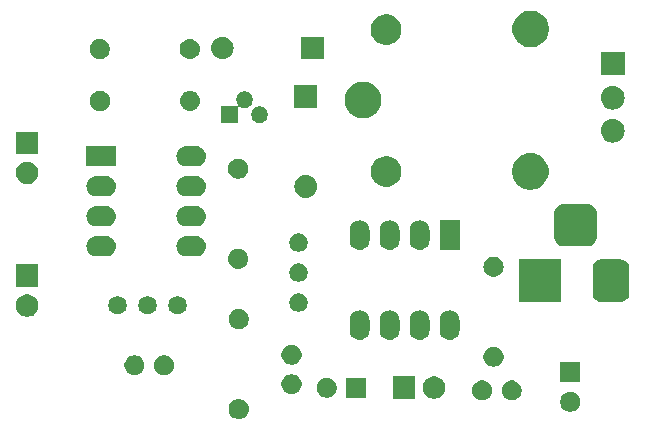
<source format=gbr>
G04 #@! TF.GenerationSoftware,KiCad,Pcbnew,(5.1.4)-1*
G04 #@! TF.CreationDate,2020-05-23T20:06:21+05:30*
G04 #@! TF.ProjectId,v1.0,76312e30-2e6b-4696-9361-645f70636258,rev?*
G04 #@! TF.SameCoordinates,Original*
G04 #@! TF.FileFunction,Soldermask,Top*
G04 #@! TF.FilePolarity,Negative*
%FSLAX46Y46*%
G04 Gerber Fmt 4.6, Leading zero omitted, Abs format (unit mm)*
G04 Created by KiCad (PCBNEW (5.1.4)-1) date 2020-05-23 20:06:21*
%MOMM*%
%LPD*%
G04 APERTURE LIST*
%ADD10C,0.100000*%
G04 APERTURE END LIST*
D10*
G36*
X107906823Y-149131313D02*
G01*
X108067242Y-149179976D01*
X108181410Y-149241000D01*
X108215078Y-149258996D01*
X108344659Y-149365341D01*
X108451004Y-149494922D01*
X108451005Y-149494924D01*
X108530024Y-149642758D01*
X108578687Y-149803177D01*
X108595117Y-149970000D01*
X108578687Y-150136823D01*
X108530024Y-150297242D01*
X108459114Y-150429906D01*
X108451004Y-150445078D01*
X108344659Y-150574659D01*
X108215078Y-150681004D01*
X108215076Y-150681005D01*
X108067242Y-150760024D01*
X107906823Y-150808687D01*
X107781804Y-150821000D01*
X107698196Y-150821000D01*
X107573177Y-150808687D01*
X107412758Y-150760024D01*
X107264924Y-150681005D01*
X107264922Y-150681004D01*
X107135341Y-150574659D01*
X107028996Y-150445078D01*
X107020886Y-150429906D01*
X106949976Y-150297242D01*
X106901313Y-150136823D01*
X106884883Y-149970000D01*
X106901313Y-149803177D01*
X106949976Y-149642758D01*
X107028995Y-149494924D01*
X107028996Y-149494922D01*
X107135341Y-149365341D01*
X107264922Y-149258996D01*
X107298590Y-149241000D01*
X107412758Y-149179976D01*
X107573177Y-149131313D01*
X107698196Y-149119000D01*
X107781804Y-149119000D01*
X107906823Y-149131313D01*
X107906823Y-149131313D01*
G37*
G36*
X136068228Y-148531703D02*
G01*
X136223100Y-148595853D01*
X136362481Y-148688985D01*
X136481015Y-148807519D01*
X136574147Y-148946900D01*
X136638297Y-149101772D01*
X136671000Y-149266184D01*
X136671000Y-149433816D01*
X136638297Y-149598228D01*
X136574147Y-149753100D01*
X136481015Y-149892481D01*
X136362481Y-150011015D01*
X136223100Y-150104147D01*
X136068228Y-150168297D01*
X135903816Y-150201000D01*
X135736184Y-150201000D01*
X135571772Y-150168297D01*
X135416900Y-150104147D01*
X135277519Y-150011015D01*
X135158985Y-149892481D01*
X135065853Y-149753100D01*
X135001703Y-149598228D01*
X134969000Y-149433816D01*
X134969000Y-149266184D01*
X135001703Y-149101772D01*
X135065853Y-148946900D01*
X135158985Y-148807519D01*
X135277519Y-148688985D01*
X135416900Y-148595853D01*
X135571772Y-148531703D01*
X135736184Y-148499000D01*
X135903816Y-148499000D01*
X136068228Y-148531703D01*
X136068228Y-148531703D01*
G37*
G36*
X131108228Y-147571703D02*
G01*
X131263100Y-147635853D01*
X131402481Y-147728985D01*
X131521015Y-147847519D01*
X131614147Y-147986900D01*
X131678297Y-148141772D01*
X131711000Y-148306184D01*
X131711000Y-148473816D01*
X131678297Y-148638228D01*
X131614147Y-148793100D01*
X131521015Y-148932481D01*
X131402481Y-149051015D01*
X131263100Y-149144147D01*
X131108228Y-149208297D01*
X130943816Y-149241000D01*
X130776184Y-149241000D01*
X130611772Y-149208297D01*
X130456900Y-149144147D01*
X130317519Y-149051015D01*
X130198985Y-148932481D01*
X130105853Y-148793100D01*
X130041703Y-148638228D01*
X130009000Y-148473816D01*
X130009000Y-148306184D01*
X130041703Y-148141772D01*
X130105853Y-147986900D01*
X130198985Y-147847519D01*
X130317519Y-147728985D01*
X130456900Y-147635853D01*
X130611772Y-147571703D01*
X130776184Y-147539000D01*
X130943816Y-147539000D01*
X131108228Y-147571703D01*
X131108228Y-147571703D01*
G37*
G36*
X128608228Y-147571703D02*
G01*
X128763100Y-147635853D01*
X128902481Y-147728985D01*
X129021015Y-147847519D01*
X129114147Y-147986900D01*
X129178297Y-148141772D01*
X129211000Y-148306184D01*
X129211000Y-148473816D01*
X129178297Y-148638228D01*
X129114147Y-148793100D01*
X129021015Y-148932481D01*
X128902481Y-149051015D01*
X128763100Y-149144147D01*
X128608228Y-149208297D01*
X128443816Y-149241000D01*
X128276184Y-149241000D01*
X128111772Y-149208297D01*
X127956900Y-149144147D01*
X127817519Y-149051015D01*
X127698985Y-148932481D01*
X127605853Y-148793100D01*
X127541703Y-148638228D01*
X127509000Y-148473816D01*
X127509000Y-148306184D01*
X127541703Y-148141772D01*
X127605853Y-147986900D01*
X127698985Y-147847519D01*
X127817519Y-147728985D01*
X127956900Y-147635853D01*
X128111772Y-147571703D01*
X128276184Y-147539000D01*
X128443816Y-147539000D01*
X128608228Y-147571703D01*
X128608228Y-147571703D01*
G37*
G36*
X122681000Y-149101000D02*
G01*
X120779000Y-149101000D01*
X120779000Y-147199000D01*
X122681000Y-147199000D01*
X122681000Y-149101000D01*
X122681000Y-149101000D01*
G37*
G36*
X124547395Y-147235546D02*
G01*
X124720466Y-147307234D01*
X124735860Y-147317520D01*
X124876227Y-147411310D01*
X125008690Y-147543773D01*
X125051284Y-147607520D01*
X125112766Y-147699534D01*
X125184454Y-147872605D01*
X125221000Y-148056333D01*
X125221000Y-148243667D01*
X125184454Y-148427395D01*
X125112766Y-148600466D01*
X125061081Y-148677818D01*
X125008690Y-148756227D01*
X124876227Y-148888690D01*
X124853092Y-148904148D01*
X124720466Y-148992766D01*
X124547395Y-149064454D01*
X124363667Y-149101000D01*
X124176333Y-149101000D01*
X123992605Y-149064454D01*
X123819534Y-148992766D01*
X123686908Y-148904148D01*
X123663773Y-148888690D01*
X123531310Y-148756227D01*
X123478919Y-148677818D01*
X123427234Y-148600466D01*
X123355546Y-148427395D01*
X123319000Y-148243667D01*
X123319000Y-148056333D01*
X123355546Y-147872605D01*
X123427234Y-147699534D01*
X123488716Y-147607520D01*
X123531310Y-147543773D01*
X123663773Y-147411310D01*
X123804140Y-147317520D01*
X123819534Y-147307234D01*
X123992605Y-147235546D01*
X124176333Y-147199000D01*
X124363667Y-147199000D01*
X124547395Y-147235546D01*
X124547395Y-147235546D01*
G37*
G36*
X115438228Y-147331703D02*
G01*
X115593100Y-147395853D01*
X115732481Y-147488985D01*
X115851015Y-147607519D01*
X115944147Y-147746900D01*
X116008297Y-147901772D01*
X116041000Y-148066184D01*
X116041000Y-148233816D01*
X116008297Y-148398228D01*
X115944147Y-148553100D01*
X115851015Y-148692481D01*
X115732481Y-148811015D01*
X115593100Y-148904147D01*
X115438228Y-148968297D01*
X115273816Y-149001000D01*
X115106184Y-149001000D01*
X114941772Y-148968297D01*
X114786900Y-148904147D01*
X114647519Y-148811015D01*
X114528985Y-148692481D01*
X114435853Y-148553100D01*
X114371703Y-148398228D01*
X114339000Y-148233816D01*
X114339000Y-148066184D01*
X114371703Y-147901772D01*
X114435853Y-147746900D01*
X114528985Y-147607519D01*
X114647519Y-147488985D01*
X114786900Y-147395853D01*
X114941772Y-147331703D01*
X115106184Y-147299000D01*
X115273816Y-147299000D01*
X115438228Y-147331703D01*
X115438228Y-147331703D01*
G37*
G36*
X118541000Y-149001000D02*
G01*
X116839000Y-149001000D01*
X116839000Y-147299000D01*
X118541000Y-147299000D01*
X118541000Y-149001000D01*
X118541000Y-149001000D01*
G37*
G36*
X112468228Y-147041703D02*
G01*
X112623100Y-147105853D01*
X112762481Y-147198985D01*
X112881015Y-147317519D01*
X112974147Y-147456900D01*
X113038297Y-147611772D01*
X113071000Y-147776184D01*
X113071000Y-147943816D01*
X113038297Y-148108228D01*
X112974147Y-148263100D01*
X112881015Y-148402481D01*
X112762481Y-148521015D01*
X112623100Y-148614147D01*
X112468228Y-148678297D01*
X112303816Y-148711000D01*
X112136184Y-148711000D01*
X111971772Y-148678297D01*
X111816900Y-148614147D01*
X111677519Y-148521015D01*
X111558985Y-148402481D01*
X111465853Y-148263100D01*
X111401703Y-148108228D01*
X111369000Y-147943816D01*
X111369000Y-147776184D01*
X111401703Y-147611772D01*
X111465853Y-147456900D01*
X111558985Y-147317519D01*
X111677519Y-147198985D01*
X111816900Y-147105853D01*
X111971772Y-147041703D01*
X112136184Y-147009000D01*
X112303816Y-147009000D01*
X112468228Y-147041703D01*
X112468228Y-147041703D01*
G37*
G36*
X136671000Y-147701000D02*
G01*
X134969000Y-147701000D01*
X134969000Y-145999000D01*
X136671000Y-145999000D01*
X136671000Y-147701000D01*
X136671000Y-147701000D01*
G37*
G36*
X99168228Y-145441703D02*
G01*
X99323100Y-145505853D01*
X99462481Y-145598985D01*
X99581015Y-145717519D01*
X99674147Y-145856900D01*
X99738297Y-146011772D01*
X99771000Y-146176184D01*
X99771000Y-146343816D01*
X99738297Y-146508228D01*
X99674147Y-146663100D01*
X99581015Y-146802481D01*
X99462481Y-146921015D01*
X99323100Y-147014147D01*
X99168228Y-147078297D01*
X99003816Y-147111000D01*
X98836184Y-147111000D01*
X98671772Y-147078297D01*
X98516900Y-147014147D01*
X98377519Y-146921015D01*
X98258985Y-146802481D01*
X98165853Y-146663100D01*
X98101703Y-146508228D01*
X98069000Y-146343816D01*
X98069000Y-146176184D01*
X98101703Y-146011772D01*
X98165853Y-145856900D01*
X98258985Y-145717519D01*
X98377519Y-145598985D01*
X98516900Y-145505853D01*
X98671772Y-145441703D01*
X98836184Y-145409000D01*
X99003816Y-145409000D01*
X99168228Y-145441703D01*
X99168228Y-145441703D01*
G37*
G36*
X101668228Y-145441703D02*
G01*
X101823100Y-145505853D01*
X101962481Y-145598985D01*
X102081015Y-145717519D01*
X102174147Y-145856900D01*
X102238297Y-146011772D01*
X102271000Y-146176184D01*
X102271000Y-146343816D01*
X102238297Y-146508228D01*
X102174147Y-146663100D01*
X102081015Y-146802481D01*
X101962481Y-146921015D01*
X101823100Y-147014147D01*
X101668228Y-147078297D01*
X101503816Y-147111000D01*
X101336184Y-147111000D01*
X101171772Y-147078297D01*
X101016900Y-147014147D01*
X100877519Y-146921015D01*
X100758985Y-146802481D01*
X100665853Y-146663100D01*
X100601703Y-146508228D01*
X100569000Y-146343816D01*
X100569000Y-146176184D01*
X100601703Y-146011772D01*
X100665853Y-145856900D01*
X100758985Y-145717519D01*
X100877519Y-145598985D01*
X101016900Y-145505853D01*
X101171772Y-145441703D01*
X101336184Y-145409000D01*
X101503816Y-145409000D01*
X101668228Y-145441703D01*
X101668228Y-145441703D01*
G37*
G36*
X129568228Y-144721703D02*
G01*
X129723100Y-144785853D01*
X129862481Y-144878985D01*
X129981015Y-144997519D01*
X130074147Y-145136900D01*
X130138297Y-145291772D01*
X130171000Y-145456184D01*
X130171000Y-145623816D01*
X130138297Y-145788228D01*
X130074147Y-145943100D01*
X129981015Y-146082481D01*
X129862481Y-146201015D01*
X129723100Y-146294147D01*
X129568228Y-146358297D01*
X129403816Y-146391000D01*
X129236184Y-146391000D01*
X129071772Y-146358297D01*
X128916900Y-146294147D01*
X128777519Y-146201015D01*
X128658985Y-146082481D01*
X128565853Y-145943100D01*
X128501703Y-145788228D01*
X128469000Y-145623816D01*
X128469000Y-145456184D01*
X128501703Y-145291772D01*
X128565853Y-145136900D01*
X128658985Y-144997519D01*
X128777519Y-144878985D01*
X128916900Y-144785853D01*
X129071772Y-144721703D01*
X129236184Y-144689000D01*
X129403816Y-144689000D01*
X129568228Y-144721703D01*
X129568228Y-144721703D01*
G37*
G36*
X112468228Y-144541703D02*
G01*
X112623100Y-144605853D01*
X112762481Y-144698985D01*
X112881015Y-144817519D01*
X112974147Y-144956900D01*
X113038297Y-145111772D01*
X113071000Y-145276184D01*
X113071000Y-145443816D01*
X113038297Y-145608228D01*
X112974147Y-145763100D01*
X112881015Y-145902481D01*
X112762481Y-146021015D01*
X112623100Y-146114147D01*
X112468228Y-146178297D01*
X112303816Y-146211000D01*
X112136184Y-146211000D01*
X111971772Y-146178297D01*
X111816900Y-146114147D01*
X111677519Y-146021015D01*
X111558985Y-145902481D01*
X111465853Y-145763100D01*
X111401703Y-145608228D01*
X111369000Y-145443816D01*
X111369000Y-145276184D01*
X111401703Y-145111772D01*
X111465853Y-144956900D01*
X111558985Y-144817519D01*
X111677519Y-144698985D01*
X111816900Y-144605853D01*
X111971772Y-144541703D01*
X112136184Y-144509000D01*
X112303816Y-144509000D01*
X112468228Y-144541703D01*
X112468228Y-144541703D01*
G37*
G36*
X125766823Y-141631313D02*
G01*
X125927242Y-141679976D01*
X126059906Y-141750886D01*
X126075078Y-141758996D01*
X126204659Y-141865341D01*
X126311004Y-141994922D01*
X126311005Y-141994924D01*
X126390024Y-142142758D01*
X126438687Y-142303178D01*
X126451000Y-142428197D01*
X126451000Y-143311804D01*
X126438687Y-143436823D01*
X126390024Y-143597242D01*
X126319114Y-143729906D01*
X126311004Y-143745078D01*
X126204659Y-143874659D01*
X126075077Y-143981005D01*
X125927241Y-144060024D01*
X125766822Y-144108687D01*
X125600000Y-144125117D01*
X125433177Y-144108687D01*
X125272758Y-144060024D01*
X125124924Y-143981005D01*
X125124922Y-143981004D01*
X124995341Y-143874659D01*
X124888995Y-143745077D01*
X124809976Y-143597241D01*
X124761313Y-143436822D01*
X124749000Y-143311803D01*
X124749000Y-142428197D01*
X124761314Y-142303177D01*
X124809977Y-142142758D01*
X124888996Y-141994924D01*
X124888997Y-141994922D01*
X124995342Y-141865341D01*
X125124923Y-141758996D01*
X125140095Y-141750886D01*
X125272759Y-141679976D01*
X125433178Y-141631313D01*
X125600000Y-141614883D01*
X125766823Y-141631313D01*
X125766823Y-141631313D01*
G37*
G36*
X123226823Y-141631313D02*
G01*
X123387242Y-141679976D01*
X123519906Y-141750886D01*
X123535078Y-141758996D01*
X123664659Y-141865341D01*
X123771004Y-141994922D01*
X123771005Y-141994924D01*
X123850024Y-142142758D01*
X123898687Y-142303178D01*
X123911000Y-142428197D01*
X123911000Y-143311804D01*
X123898687Y-143436823D01*
X123850024Y-143597242D01*
X123779114Y-143729906D01*
X123771004Y-143745078D01*
X123664659Y-143874659D01*
X123535077Y-143981005D01*
X123387241Y-144060024D01*
X123226822Y-144108687D01*
X123060000Y-144125117D01*
X122893177Y-144108687D01*
X122732758Y-144060024D01*
X122584924Y-143981005D01*
X122584922Y-143981004D01*
X122455341Y-143874659D01*
X122348995Y-143745077D01*
X122269976Y-143597241D01*
X122221313Y-143436822D01*
X122209000Y-143311803D01*
X122209000Y-142428197D01*
X122221314Y-142303177D01*
X122269977Y-142142758D01*
X122348996Y-141994924D01*
X122348997Y-141994922D01*
X122455342Y-141865341D01*
X122584923Y-141758996D01*
X122600095Y-141750886D01*
X122732759Y-141679976D01*
X122893178Y-141631313D01*
X123060000Y-141614883D01*
X123226823Y-141631313D01*
X123226823Y-141631313D01*
G37*
G36*
X120686823Y-141631313D02*
G01*
X120847242Y-141679976D01*
X120979906Y-141750886D01*
X120995078Y-141758996D01*
X121124659Y-141865341D01*
X121231004Y-141994922D01*
X121231005Y-141994924D01*
X121310024Y-142142758D01*
X121358687Y-142303178D01*
X121371000Y-142428197D01*
X121371000Y-143311804D01*
X121358687Y-143436823D01*
X121310024Y-143597242D01*
X121239114Y-143729906D01*
X121231004Y-143745078D01*
X121124659Y-143874659D01*
X120995077Y-143981005D01*
X120847241Y-144060024D01*
X120686822Y-144108687D01*
X120520000Y-144125117D01*
X120353177Y-144108687D01*
X120192758Y-144060024D01*
X120044924Y-143981005D01*
X120044922Y-143981004D01*
X119915341Y-143874659D01*
X119808995Y-143745077D01*
X119729976Y-143597241D01*
X119681313Y-143436822D01*
X119669000Y-143311803D01*
X119669000Y-142428197D01*
X119681314Y-142303177D01*
X119729977Y-142142758D01*
X119808996Y-141994924D01*
X119808997Y-141994922D01*
X119915342Y-141865341D01*
X120044923Y-141758996D01*
X120060095Y-141750886D01*
X120192759Y-141679976D01*
X120353178Y-141631313D01*
X120520000Y-141614883D01*
X120686823Y-141631313D01*
X120686823Y-141631313D01*
G37*
G36*
X118146823Y-141631313D02*
G01*
X118307242Y-141679976D01*
X118439906Y-141750886D01*
X118455078Y-141758996D01*
X118584659Y-141865341D01*
X118691004Y-141994922D01*
X118691005Y-141994924D01*
X118770024Y-142142758D01*
X118818687Y-142303178D01*
X118831000Y-142428197D01*
X118831000Y-143311804D01*
X118818687Y-143436823D01*
X118770024Y-143597242D01*
X118699114Y-143729906D01*
X118691004Y-143745078D01*
X118584659Y-143874659D01*
X118455077Y-143981005D01*
X118307241Y-144060024D01*
X118146822Y-144108687D01*
X117980000Y-144125117D01*
X117813177Y-144108687D01*
X117652758Y-144060024D01*
X117504924Y-143981005D01*
X117504922Y-143981004D01*
X117375341Y-143874659D01*
X117268995Y-143745077D01*
X117189976Y-143597241D01*
X117141313Y-143436822D01*
X117129000Y-143311803D01*
X117129000Y-142428197D01*
X117141314Y-142303177D01*
X117189977Y-142142758D01*
X117268996Y-141994924D01*
X117268997Y-141994922D01*
X117375342Y-141865341D01*
X117504923Y-141758996D01*
X117520095Y-141750886D01*
X117652759Y-141679976D01*
X117813178Y-141631313D01*
X117980000Y-141614883D01*
X118146823Y-141631313D01*
X118146823Y-141631313D01*
G37*
G36*
X107988228Y-141531703D02*
G01*
X108143100Y-141595853D01*
X108282481Y-141688985D01*
X108401015Y-141807519D01*
X108494147Y-141946900D01*
X108558297Y-142101772D01*
X108591000Y-142266184D01*
X108591000Y-142433816D01*
X108558297Y-142598228D01*
X108494147Y-142753100D01*
X108401015Y-142892481D01*
X108282481Y-143011015D01*
X108143100Y-143104147D01*
X107988228Y-143168297D01*
X107823816Y-143201000D01*
X107656184Y-143201000D01*
X107491772Y-143168297D01*
X107336900Y-143104147D01*
X107197519Y-143011015D01*
X107078985Y-142892481D01*
X106985853Y-142753100D01*
X106921703Y-142598228D01*
X106889000Y-142433816D01*
X106889000Y-142266184D01*
X106921703Y-142101772D01*
X106985853Y-141946900D01*
X107078985Y-141807519D01*
X107197519Y-141688985D01*
X107336900Y-141595853D01*
X107491772Y-141531703D01*
X107656184Y-141499000D01*
X107823816Y-141499000D01*
X107988228Y-141531703D01*
X107988228Y-141531703D01*
G37*
G36*
X90117395Y-140295546D02*
G01*
X90290466Y-140367234D01*
X90367818Y-140418919D01*
X90446227Y-140471310D01*
X90578690Y-140603773D01*
X90578691Y-140603775D01*
X90682766Y-140759534D01*
X90754454Y-140932605D01*
X90791000Y-141116333D01*
X90791000Y-141303667D01*
X90754454Y-141487395D01*
X90682766Y-141660466D01*
X90663710Y-141688985D01*
X90578690Y-141816227D01*
X90446227Y-141948690D01*
X90377036Y-141994922D01*
X90290466Y-142052766D01*
X90117395Y-142124454D01*
X89933667Y-142161000D01*
X89746333Y-142161000D01*
X89562605Y-142124454D01*
X89389534Y-142052766D01*
X89302964Y-141994922D01*
X89233773Y-141948690D01*
X89101310Y-141816227D01*
X89016290Y-141688985D01*
X88997234Y-141660466D01*
X88925546Y-141487395D01*
X88889000Y-141303667D01*
X88889000Y-141116333D01*
X88925546Y-140932605D01*
X88997234Y-140759534D01*
X89101309Y-140603775D01*
X89101310Y-140603773D01*
X89233773Y-140471310D01*
X89312182Y-140418919D01*
X89389534Y-140367234D01*
X89562605Y-140295546D01*
X89746333Y-140259000D01*
X89933667Y-140259000D01*
X90117395Y-140295546D01*
X90117395Y-140295546D01*
G37*
G36*
X100122382Y-140412271D02*
G01*
X100254893Y-140438629D01*
X100395206Y-140496748D01*
X100521484Y-140581125D01*
X100628875Y-140688516D01*
X100713252Y-140814794D01*
X100771371Y-140955107D01*
X100801000Y-141104063D01*
X100801000Y-141255937D01*
X100771371Y-141404893D01*
X100713252Y-141545206D01*
X100628875Y-141671484D01*
X100521484Y-141778875D01*
X100395206Y-141863252D01*
X100254893Y-141921371D01*
X100155589Y-141941124D01*
X100105938Y-141951000D01*
X99954062Y-141951000D01*
X99904411Y-141941124D01*
X99805107Y-141921371D01*
X99664794Y-141863252D01*
X99538516Y-141778875D01*
X99431125Y-141671484D01*
X99346748Y-141545206D01*
X99288629Y-141404893D01*
X99259000Y-141255937D01*
X99259000Y-141104063D01*
X99288629Y-140955107D01*
X99346748Y-140814794D01*
X99431125Y-140688516D01*
X99538516Y-140581125D01*
X99664794Y-140496748D01*
X99805107Y-140438629D01*
X99937618Y-140412271D01*
X99954062Y-140409000D01*
X100105938Y-140409000D01*
X100122382Y-140412271D01*
X100122382Y-140412271D01*
G37*
G36*
X97582382Y-140412271D02*
G01*
X97714893Y-140438629D01*
X97855206Y-140496748D01*
X97981484Y-140581125D01*
X98088875Y-140688516D01*
X98173252Y-140814794D01*
X98231371Y-140955107D01*
X98261000Y-141104063D01*
X98261000Y-141255937D01*
X98231371Y-141404893D01*
X98173252Y-141545206D01*
X98088875Y-141671484D01*
X97981484Y-141778875D01*
X97855206Y-141863252D01*
X97714893Y-141921371D01*
X97615589Y-141941124D01*
X97565938Y-141951000D01*
X97414062Y-141951000D01*
X97364411Y-141941124D01*
X97265107Y-141921371D01*
X97124794Y-141863252D01*
X96998516Y-141778875D01*
X96891125Y-141671484D01*
X96806748Y-141545206D01*
X96748629Y-141404893D01*
X96719000Y-141255937D01*
X96719000Y-141104063D01*
X96748629Y-140955107D01*
X96806748Y-140814794D01*
X96891125Y-140688516D01*
X96998516Y-140581125D01*
X97124794Y-140496748D01*
X97265107Y-140438629D01*
X97397618Y-140412271D01*
X97414062Y-140409000D01*
X97565938Y-140409000D01*
X97582382Y-140412271D01*
X97582382Y-140412271D01*
G37*
G36*
X102662382Y-140412271D02*
G01*
X102794893Y-140438629D01*
X102935206Y-140496748D01*
X103061484Y-140581125D01*
X103168875Y-140688516D01*
X103253252Y-140814794D01*
X103311371Y-140955107D01*
X103341000Y-141104063D01*
X103341000Y-141255937D01*
X103311371Y-141404893D01*
X103253252Y-141545206D01*
X103168875Y-141671484D01*
X103061484Y-141778875D01*
X102935206Y-141863252D01*
X102794893Y-141921371D01*
X102695589Y-141941124D01*
X102645938Y-141951000D01*
X102494062Y-141951000D01*
X102444411Y-141941124D01*
X102345107Y-141921371D01*
X102204794Y-141863252D01*
X102078516Y-141778875D01*
X101971125Y-141671484D01*
X101886748Y-141545206D01*
X101828629Y-141404893D01*
X101799000Y-141255937D01*
X101799000Y-141104063D01*
X101828629Y-140955107D01*
X101886748Y-140814794D01*
X101971125Y-140688516D01*
X102078516Y-140581125D01*
X102204794Y-140496748D01*
X102345107Y-140438629D01*
X102477618Y-140412271D01*
X102494062Y-140409000D01*
X102645938Y-140409000D01*
X102662382Y-140412271D01*
X102662382Y-140412271D01*
G37*
G36*
X112935589Y-140178876D02*
G01*
X113034893Y-140198629D01*
X113175206Y-140256748D01*
X113301484Y-140341125D01*
X113408875Y-140448516D01*
X113493252Y-140574794D01*
X113551371Y-140715107D01*
X113581000Y-140864063D01*
X113581000Y-141015937D01*
X113551371Y-141164893D01*
X113493252Y-141305206D01*
X113408875Y-141431484D01*
X113301484Y-141538875D01*
X113175206Y-141623252D01*
X113034893Y-141681371D01*
X112935589Y-141701124D01*
X112885938Y-141711000D01*
X112734062Y-141711000D01*
X112684411Y-141701124D01*
X112585107Y-141681371D01*
X112444794Y-141623252D01*
X112318516Y-141538875D01*
X112211125Y-141431484D01*
X112126748Y-141305206D01*
X112068629Y-141164893D01*
X112039000Y-141015937D01*
X112039000Y-140864063D01*
X112068629Y-140715107D01*
X112126748Y-140574794D01*
X112211125Y-140448516D01*
X112318516Y-140341125D01*
X112444794Y-140256748D01*
X112585107Y-140198629D01*
X112684411Y-140178876D01*
X112734062Y-140169000D01*
X112885938Y-140169000D01*
X112935589Y-140178876D01*
X112935589Y-140178876D01*
G37*
G36*
X135061000Y-140891000D02*
G01*
X131459000Y-140891000D01*
X131459000Y-137289000D01*
X135061000Y-137289000D01*
X135061000Y-140891000D01*
X135061000Y-140891000D01*
G37*
G36*
X140236979Y-137303293D02*
G01*
X140370625Y-137343834D01*
X140493784Y-137409664D01*
X140601740Y-137498260D01*
X140690336Y-137606216D01*
X140756166Y-137729375D01*
X140796707Y-137863021D01*
X140811000Y-138008140D01*
X140811000Y-140171860D01*
X140796707Y-140316979D01*
X140756166Y-140450625D01*
X140690336Y-140573784D01*
X140601740Y-140681740D01*
X140493784Y-140770336D01*
X140370625Y-140836166D01*
X140236979Y-140876707D01*
X140091860Y-140891000D01*
X138428140Y-140891000D01*
X138283021Y-140876707D01*
X138149375Y-140836166D01*
X138026216Y-140770336D01*
X137918260Y-140681740D01*
X137829664Y-140573784D01*
X137763834Y-140450625D01*
X137723293Y-140316979D01*
X137709000Y-140171860D01*
X137709000Y-138008140D01*
X137723293Y-137863021D01*
X137763834Y-137729375D01*
X137829664Y-137606216D01*
X137918260Y-137498260D01*
X138026216Y-137409664D01*
X138149375Y-137343834D01*
X138283021Y-137303293D01*
X138428140Y-137289000D01*
X140091860Y-137289000D01*
X140236979Y-137303293D01*
X140236979Y-137303293D01*
G37*
G36*
X90791000Y-139621000D02*
G01*
X88889000Y-139621000D01*
X88889000Y-137719000D01*
X90791000Y-137719000D01*
X90791000Y-139621000D01*
X90791000Y-139621000D01*
G37*
G36*
X112935589Y-137638876D02*
G01*
X113034893Y-137658629D01*
X113175206Y-137716748D01*
X113301484Y-137801125D01*
X113408875Y-137908516D01*
X113493252Y-138034794D01*
X113551371Y-138175107D01*
X113581000Y-138324063D01*
X113581000Y-138475937D01*
X113551371Y-138624893D01*
X113493252Y-138765206D01*
X113408875Y-138891484D01*
X113301484Y-138998875D01*
X113175206Y-139083252D01*
X113034893Y-139141371D01*
X112935589Y-139161124D01*
X112885938Y-139171000D01*
X112734062Y-139171000D01*
X112684411Y-139161124D01*
X112585107Y-139141371D01*
X112444794Y-139083252D01*
X112318516Y-138998875D01*
X112211125Y-138891484D01*
X112126748Y-138765206D01*
X112068629Y-138624893D01*
X112039000Y-138475937D01*
X112039000Y-138324063D01*
X112068629Y-138175107D01*
X112126748Y-138034794D01*
X112211125Y-137908516D01*
X112318516Y-137801125D01*
X112444794Y-137716748D01*
X112585107Y-137658629D01*
X112684411Y-137638876D01*
X112734062Y-137629000D01*
X112885938Y-137629000D01*
X112935589Y-137638876D01*
X112935589Y-137638876D01*
G37*
G36*
X129486823Y-137081313D02*
G01*
X129647242Y-137129976D01*
X129779906Y-137200886D01*
X129795078Y-137208996D01*
X129924659Y-137315341D01*
X130031004Y-137444922D01*
X130031005Y-137444924D01*
X130110024Y-137592758D01*
X130110025Y-137592761D01*
X130119083Y-137622620D01*
X130158687Y-137753177D01*
X130175117Y-137920000D01*
X130158687Y-138086823D01*
X130110024Y-138247242D01*
X130068963Y-138324062D01*
X130031004Y-138395078D01*
X129924659Y-138524659D01*
X129795078Y-138631004D01*
X129795076Y-138631005D01*
X129647242Y-138710024D01*
X129486823Y-138758687D01*
X129361804Y-138771000D01*
X129278196Y-138771000D01*
X129153177Y-138758687D01*
X128992758Y-138710024D01*
X128844924Y-138631005D01*
X128844922Y-138631004D01*
X128715341Y-138524659D01*
X128608996Y-138395078D01*
X128571037Y-138324062D01*
X128529976Y-138247242D01*
X128481313Y-138086823D01*
X128464883Y-137920000D01*
X128481313Y-137753177D01*
X128520917Y-137622620D01*
X128529975Y-137592761D01*
X128529976Y-137592758D01*
X128608995Y-137444924D01*
X128608996Y-137444922D01*
X128715341Y-137315341D01*
X128844922Y-137208996D01*
X128860094Y-137200886D01*
X128992758Y-137129976D01*
X129153177Y-137081313D01*
X129278196Y-137069000D01*
X129361804Y-137069000D01*
X129486823Y-137081313D01*
X129486823Y-137081313D01*
G37*
G36*
X107866823Y-136391313D02*
G01*
X108027242Y-136439976D01*
X108141410Y-136501000D01*
X108175078Y-136518996D01*
X108304659Y-136625341D01*
X108411004Y-136754922D01*
X108411005Y-136754924D01*
X108490024Y-136902758D01*
X108538687Y-137063177D01*
X108555117Y-137230000D01*
X108538687Y-137396823D01*
X108490024Y-137557242D01*
X108449180Y-137633655D01*
X108411004Y-137705078D01*
X108304659Y-137834659D01*
X108175078Y-137941004D01*
X108175076Y-137941005D01*
X108027242Y-138020024D01*
X107866823Y-138068687D01*
X107741804Y-138081000D01*
X107658196Y-138081000D01*
X107533177Y-138068687D01*
X107372758Y-138020024D01*
X107224924Y-137941005D01*
X107224922Y-137941004D01*
X107095341Y-137834659D01*
X106988996Y-137705078D01*
X106950820Y-137633655D01*
X106909976Y-137557242D01*
X106861313Y-137396823D01*
X106844883Y-137230000D01*
X106861313Y-137063177D01*
X106909976Y-136902758D01*
X106988995Y-136754924D01*
X106988996Y-136754922D01*
X107095341Y-136625341D01*
X107224922Y-136518996D01*
X107258590Y-136501000D01*
X107372758Y-136439976D01*
X107533177Y-136391313D01*
X107658196Y-136379000D01*
X107741804Y-136379000D01*
X107866823Y-136391313D01*
X107866823Y-136391313D01*
G37*
G36*
X96676823Y-135341313D02*
G01*
X96837242Y-135389976D01*
X96969906Y-135460886D01*
X96985078Y-135468996D01*
X97114659Y-135575341D01*
X97221004Y-135704922D01*
X97221005Y-135704924D01*
X97300024Y-135852758D01*
X97348687Y-136013177D01*
X97365117Y-136180000D01*
X97348687Y-136346823D01*
X97300024Y-136507242D01*
X97293741Y-136518996D01*
X97221004Y-136655078D01*
X97114659Y-136784659D01*
X96985078Y-136891004D01*
X96985076Y-136891005D01*
X96837242Y-136970024D01*
X96676823Y-137018687D01*
X96551804Y-137031000D01*
X95668196Y-137031000D01*
X95543177Y-137018687D01*
X95382758Y-136970024D01*
X95234924Y-136891005D01*
X95234922Y-136891004D01*
X95105341Y-136784659D01*
X94998996Y-136655078D01*
X94926259Y-136518996D01*
X94919976Y-136507242D01*
X94871313Y-136346823D01*
X94854883Y-136180000D01*
X94871313Y-136013177D01*
X94919976Y-135852758D01*
X94998995Y-135704924D01*
X94998996Y-135704922D01*
X95105341Y-135575341D01*
X95234922Y-135468996D01*
X95250094Y-135460886D01*
X95382758Y-135389976D01*
X95543177Y-135341313D01*
X95668196Y-135329000D01*
X96551804Y-135329000D01*
X96676823Y-135341313D01*
X96676823Y-135341313D01*
G37*
G36*
X104296823Y-135341313D02*
G01*
X104457242Y-135389976D01*
X104589906Y-135460886D01*
X104605078Y-135468996D01*
X104734659Y-135575341D01*
X104841004Y-135704922D01*
X104841005Y-135704924D01*
X104920024Y-135852758D01*
X104968687Y-136013177D01*
X104985117Y-136180000D01*
X104968687Y-136346823D01*
X104920024Y-136507242D01*
X104913741Y-136518996D01*
X104841004Y-136655078D01*
X104734659Y-136784659D01*
X104605078Y-136891004D01*
X104605076Y-136891005D01*
X104457242Y-136970024D01*
X104296823Y-137018687D01*
X104171804Y-137031000D01*
X103288196Y-137031000D01*
X103163177Y-137018687D01*
X103002758Y-136970024D01*
X102854924Y-136891005D01*
X102854922Y-136891004D01*
X102725341Y-136784659D01*
X102618996Y-136655078D01*
X102546259Y-136518996D01*
X102539976Y-136507242D01*
X102491313Y-136346823D01*
X102474883Y-136180000D01*
X102491313Y-136013177D01*
X102539976Y-135852758D01*
X102618995Y-135704924D01*
X102618996Y-135704922D01*
X102725341Y-135575341D01*
X102854922Y-135468996D01*
X102870094Y-135460886D01*
X103002758Y-135389976D01*
X103163177Y-135341313D01*
X103288196Y-135329000D01*
X104171804Y-135329000D01*
X104296823Y-135341313D01*
X104296823Y-135341313D01*
G37*
G36*
X112935589Y-135098876D02*
G01*
X113034893Y-135118629D01*
X113175206Y-135176748D01*
X113301484Y-135261125D01*
X113408875Y-135368516D01*
X113493252Y-135494794D01*
X113551371Y-135635107D01*
X113581000Y-135784063D01*
X113581000Y-135935937D01*
X113551371Y-136084893D01*
X113493252Y-136225206D01*
X113408875Y-136351484D01*
X113301484Y-136458875D01*
X113175206Y-136543252D01*
X113034893Y-136601371D01*
X112935589Y-136621124D01*
X112885938Y-136631000D01*
X112734062Y-136631000D01*
X112684411Y-136621124D01*
X112585107Y-136601371D01*
X112444794Y-136543252D01*
X112318516Y-136458875D01*
X112211125Y-136351484D01*
X112126748Y-136225206D01*
X112068629Y-136084893D01*
X112039000Y-135935937D01*
X112039000Y-135784063D01*
X112068629Y-135635107D01*
X112126748Y-135494794D01*
X112211125Y-135368516D01*
X112318516Y-135261125D01*
X112444794Y-135176748D01*
X112585107Y-135118629D01*
X112684411Y-135098876D01*
X112734062Y-135089000D01*
X112885938Y-135089000D01*
X112935589Y-135098876D01*
X112935589Y-135098876D01*
G37*
G36*
X120686823Y-134011313D02*
G01*
X120847242Y-134059976D01*
X120950330Y-134115078D01*
X120995078Y-134138996D01*
X121124659Y-134245341D01*
X121231004Y-134374922D01*
X121231005Y-134374924D01*
X121310024Y-134522758D01*
X121358687Y-134683178D01*
X121371000Y-134808197D01*
X121371000Y-135691804D01*
X121358687Y-135816823D01*
X121310024Y-135977242D01*
X121252484Y-136084891D01*
X121231004Y-136125078D01*
X121124659Y-136254659D01*
X120995077Y-136361005D01*
X120847241Y-136440024D01*
X120686822Y-136488687D01*
X120520000Y-136505117D01*
X120353177Y-136488687D01*
X120192758Y-136440024D01*
X120044924Y-136361005D01*
X120044922Y-136361004D01*
X119915341Y-136254659D01*
X119808995Y-136125077D01*
X119729976Y-135977241D01*
X119681313Y-135816822D01*
X119669000Y-135691803D01*
X119669000Y-134808197D01*
X119681314Y-134683177D01*
X119729977Y-134522758D01*
X119808996Y-134374924D01*
X119808997Y-134374922D01*
X119915342Y-134245341D01*
X120044923Y-134138996D01*
X120089671Y-134115078D01*
X120192759Y-134059976D01*
X120353178Y-134011313D01*
X120520000Y-133994883D01*
X120686823Y-134011313D01*
X120686823Y-134011313D01*
G37*
G36*
X118146823Y-134011313D02*
G01*
X118307242Y-134059976D01*
X118410330Y-134115078D01*
X118455078Y-134138996D01*
X118584659Y-134245341D01*
X118691004Y-134374922D01*
X118691005Y-134374924D01*
X118770024Y-134522758D01*
X118818687Y-134683178D01*
X118831000Y-134808197D01*
X118831000Y-135691804D01*
X118818687Y-135816823D01*
X118770024Y-135977242D01*
X118712484Y-136084891D01*
X118691004Y-136125078D01*
X118584659Y-136254659D01*
X118455077Y-136361005D01*
X118307241Y-136440024D01*
X118146822Y-136488687D01*
X117980000Y-136505117D01*
X117813177Y-136488687D01*
X117652758Y-136440024D01*
X117504924Y-136361005D01*
X117504922Y-136361004D01*
X117375341Y-136254659D01*
X117268995Y-136125077D01*
X117189976Y-135977241D01*
X117141313Y-135816822D01*
X117129000Y-135691803D01*
X117129000Y-134808197D01*
X117141314Y-134683177D01*
X117189977Y-134522758D01*
X117268996Y-134374924D01*
X117268997Y-134374922D01*
X117375342Y-134245341D01*
X117504923Y-134138996D01*
X117549671Y-134115078D01*
X117652759Y-134059976D01*
X117813178Y-134011313D01*
X117980000Y-133994883D01*
X118146823Y-134011313D01*
X118146823Y-134011313D01*
G37*
G36*
X123226823Y-134011313D02*
G01*
X123387242Y-134059976D01*
X123490330Y-134115078D01*
X123535078Y-134138996D01*
X123664659Y-134245341D01*
X123771004Y-134374922D01*
X123771005Y-134374924D01*
X123850024Y-134522758D01*
X123898687Y-134683178D01*
X123911000Y-134808197D01*
X123911000Y-135691804D01*
X123898687Y-135816823D01*
X123850024Y-135977242D01*
X123792484Y-136084891D01*
X123771004Y-136125078D01*
X123664659Y-136254659D01*
X123535077Y-136361005D01*
X123387241Y-136440024D01*
X123226822Y-136488687D01*
X123060000Y-136505117D01*
X122893177Y-136488687D01*
X122732758Y-136440024D01*
X122584924Y-136361005D01*
X122584922Y-136361004D01*
X122455341Y-136254659D01*
X122348995Y-136125077D01*
X122269976Y-135977241D01*
X122221313Y-135816822D01*
X122209000Y-135691803D01*
X122209000Y-134808197D01*
X122221314Y-134683177D01*
X122269977Y-134522758D01*
X122348996Y-134374924D01*
X122348997Y-134374922D01*
X122455342Y-134245341D01*
X122584923Y-134138996D01*
X122629671Y-134115078D01*
X122732759Y-134059976D01*
X122893178Y-134011313D01*
X123060000Y-133994883D01*
X123226823Y-134011313D01*
X123226823Y-134011313D01*
G37*
G36*
X126451000Y-136501000D02*
G01*
X124749000Y-136501000D01*
X124749000Y-133999000D01*
X126451000Y-133999000D01*
X126451000Y-136501000D01*
X126451000Y-136501000D01*
G37*
G36*
X137386366Y-132605695D02*
G01*
X137543460Y-132653349D01*
X137688231Y-132730731D01*
X137815128Y-132834872D01*
X137919269Y-132961769D01*
X137996651Y-133106540D01*
X138044305Y-133263634D01*
X138061000Y-133433140D01*
X138061000Y-135346860D01*
X138044305Y-135516366D01*
X137996651Y-135673460D01*
X137919269Y-135818231D01*
X137815128Y-135945128D01*
X137688231Y-136049269D01*
X137543460Y-136126651D01*
X137386366Y-136174305D01*
X137216860Y-136191000D01*
X135303140Y-136191000D01*
X135133634Y-136174305D01*
X134976540Y-136126651D01*
X134831769Y-136049269D01*
X134704872Y-135945128D01*
X134600731Y-135818231D01*
X134523349Y-135673460D01*
X134475695Y-135516366D01*
X134459000Y-135346860D01*
X134459000Y-133433140D01*
X134475695Y-133263634D01*
X134523349Y-133106540D01*
X134600731Y-132961769D01*
X134704872Y-132834872D01*
X134831769Y-132730731D01*
X134976540Y-132653349D01*
X135133634Y-132605695D01*
X135303140Y-132589000D01*
X137216860Y-132589000D01*
X137386366Y-132605695D01*
X137386366Y-132605695D01*
G37*
G36*
X104296823Y-132801313D02*
G01*
X104457242Y-132849976D01*
X104589906Y-132920886D01*
X104605078Y-132928996D01*
X104734659Y-133035341D01*
X104841004Y-133164922D01*
X104841005Y-133164924D01*
X104920024Y-133312758D01*
X104920025Y-133312761D01*
X104929083Y-133342620D01*
X104968687Y-133473177D01*
X104985117Y-133640000D01*
X104968687Y-133806823D01*
X104920024Y-133967242D01*
X104849114Y-134099906D01*
X104841004Y-134115078D01*
X104734659Y-134244659D01*
X104605078Y-134351004D01*
X104605076Y-134351005D01*
X104457242Y-134430024D01*
X104296823Y-134478687D01*
X104171804Y-134491000D01*
X103288196Y-134491000D01*
X103163177Y-134478687D01*
X103002758Y-134430024D01*
X102854924Y-134351005D01*
X102854922Y-134351004D01*
X102725341Y-134244659D01*
X102618996Y-134115078D01*
X102610886Y-134099906D01*
X102539976Y-133967242D01*
X102491313Y-133806823D01*
X102474883Y-133640000D01*
X102491313Y-133473177D01*
X102530917Y-133342620D01*
X102539975Y-133312761D01*
X102539976Y-133312758D01*
X102618995Y-133164924D01*
X102618996Y-133164922D01*
X102725341Y-133035341D01*
X102854922Y-132928996D01*
X102870094Y-132920886D01*
X103002758Y-132849976D01*
X103163177Y-132801313D01*
X103288196Y-132789000D01*
X104171804Y-132789000D01*
X104296823Y-132801313D01*
X104296823Y-132801313D01*
G37*
G36*
X96676823Y-132801313D02*
G01*
X96837242Y-132849976D01*
X96969906Y-132920886D01*
X96985078Y-132928996D01*
X97114659Y-133035341D01*
X97221004Y-133164922D01*
X97221005Y-133164924D01*
X97300024Y-133312758D01*
X97300025Y-133312761D01*
X97309083Y-133342620D01*
X97348687Y-133473177D01*
X97365117Y-133640000D01*
X97348687Y-133806823D01*
X97300024Y-133967242D01*
X97229114Y-134099906D01*
X97221004Y-134115078D01*
X97114659Y-134244659D01*
X96985078Y-134351004D01*
X96985076Y-134351005D01*
X96837242Y-134430024D01*
X96676823Y-134478687D01*
X96551804Y-134491000D01*
X95668196Y-134491000D01*
X95543177Y-134478687D01*
X95382758Y-134430024D01*
X95234924Y-134351005D01*
X95234922Y-134351004D01*
X95105341Y-134244659D01*
X94998996Y-134115078D01*
X94990886Y-134099906D01*
X94919976Y-133967242D01*
X94871313Y-133806823D01*
X94854883Y-133640000D01*
X94871313Y-133473177D01*
X94910917Y-133342620D01*
X94919975Y-133312761D01*
X94919976Y-133312758D01*
X94998995Y-133164924D01*
X94998996Y-133164922D01*
X95105341Y-133035341D01*
X95234922Y-132928996D01*
X95250094Y-132920886D01*
X95382758Y-132849976D01*
X95543177Y-132801313D01*
X95668196Y-132789000D01*
X96551804Y-132789000D01*
X96676823Y-132801313D01*
X96676823Y-132801313D01*
G37*
G36*
X113606425Y-130182760D02*
G01*
X113606428Y-130182761D01*
X113606429Y-130182761D01*
X113785693Y-130237140D01*
X113785696Y-130237142D01*
X113785697Y-130237142D01*
X113950903Y-130325446D01*
X114095712Y-130444288D01*
X114214554Y-130589097D01*
X114302858Y-130754303D01*
X114302860Y-130754307D01*
X114339306Y-130874454D01*
X114357240Y-130933575D01*
X114375601Y-131120000D01*
X114357240Y-131306425D01*
X114357239Y-131306428D01*
X114357239Y-131306429D01*
X114302860Y-131485693D01*
X114302858Y-131485696D01*
X114302858Y-131485697D01*
X114214554Y-131650903D01*
X114095712Y-131795712D01*
X113950903Y-131914554D01*
X113785697Y-132002858D01*
X113785693Y-132002860D01*
X113606429Y-132057239D01*
X113606428Y-132057239D01*
X113606425Y-132057240D01*
X113466718Y-132071000D01*
X113373282Y-132071000D01*
X113233575Y-132057240D01*
X113233572Y-132057239D01*
X113233571Y-132057239D01*
X113054307Y-132002860D01*
X113054303Y-132002858D01*
X112889097Y-131914554D01*
X112744288Y-131795712D01*
X112625446Y-131650903D01*
X112537142Y-131485697D01*
X112537142Y-131485696D01*
X112537140Y-131485693D01*
X112482761Y-131306429D01*
X112482761Y-131306428D01*
X112482760Y-131306425D01*
X112464399Y-131120000D01*
X112482760Y-130933575D01*
X112500694Y-130874454D01*
X112537140Y-130754307D01*
X112537142Y-130754303D01*
X112625446Y-130589097D01*
X112744288Y-130444288D01*
X112889097Y-130325446D01*
X113054303Y-130237142D01*
X113054304Y-130237142D01*
X113054307Y-130237140D01*
X113233571Y-130182761D01*
X113233572Y-130182761D01*
X113233575Y-130182760D01*
X113373282Y-130169000D01*
X113466718Y-130169000D01*
X113606425Y-130182760D01*
X113606425Y-130182760D01*
G37*
G36*
X96676823Y-130261313D02*
G01*
X96837242Y-130309976D01*
X96969906Y-130380886D01*
X96985078Y-130388996D01*
X97114659Y-130495341D01*
X97221004Y-130624922D01*
X97221005Y-130624924D01*
X97300024Y-130772758D01*
X97348687Y-130933177D01*
X97365117Y-131100000D01*
X97348687Y-131266823D01*
X97300024Y-131427242D01*
X97268781Y-131485693D01*
X97221004Y-131575078D01*
X97114659Y-131704659D01*
X96985078Y-131811004D01*
X96985076Y-131811005D01*
X96837242Y-131890024D01*
X96676823Y-131938687D01*
X96551804Y-131951000D01*
X95668196Y-131951000D01*
X95543177Y-131938687D01*
X95382758Y-131890024D01*
X95234924Y-131811005D01*
X95234922Y-131811004D01*
X95105341Y-131704659D01*
X94998996Y-131575078D01*
X94951219Y-131485693D01*
X94919976Y-131427242D01*
X94871313Y-131266823D01*
X94854883Y-131100000D01*
X94871313Y-130933177D01*
X94919976Y-130772758D01*
X94998995Y-130624924D01*
X94998996Y-130624922D01*
X95105341Y-130495341D01*
X95234922Y-130388996D01*
X95250094Y-130380886D01*
X95382758Y-130309976D01*
X95543177Y-130261313D01*
X95668196Y-130249000D01*
X96551804Y-130249000D01*
X96676823Y-130261313D01*
X96676823Y-130261313D01*
G37*
G36*
X104296823Y-130261313D02*
G01*
X104457242Y-130309976D01*
X104589906Y-130380886D01*
X104605078Y-130388996D01*
X104734659Y-130495341D01*
X104841004Y-130624922D01*
X104841005Y-130624924D01*
X104920024Y-130772758D01*
X104968687Y-130933177D01*
X104985117Y-131100000D01*
X104968687Y-131266823D01*
X104920024Y-131427242D01*
X104888781Y-131485693D01*
X104841004Y-131575078D01*
X104734659Y-131704659D01*
X104605078Y-131811004D01*
X104605076Y-131811005D01*
X104457242Y-131890024D01*
X104296823Y-131938687D01*
X104171804Y-131951000D01*
X103288196Y-131951000D01*
X103163177Y-131938687D01*
X103002758Y-131890024D01*
X102854924Y-131811005D01*
X102854922Y-131811004D01*
X102725341Y-131704659D01*
X102618996Y-131575078D01*
X102571219Y-131485693D01*
X102539976Y-131427242D01*
X102491313Y-131266823D01*
X102474883Y-131100000D01*
X102491313Y-130933177D01*
X102539976Y-130772758D01*
X102618995Y-130624924D01*
X102618996Y-130624922D01*
X102725341Y-130495341D01*
X102854922Y-130388996D01*
X102870094Y-130380886D01*
X103002758Y-130309976D01*
X103163177Y-130261313D01*
X103288196Y-130249000D01*
X104171804Y-130249000D01*
X104296823Y-130261313D01*
X104296823Y-130261313D01*
G37*
G36*
X132732585Y-128318802D02*
G01*
X132882410Y-128348604D01*
X133164674Y-128465521D01*
X133418705Y-128635259D01*
X133634741Y-128851295D01*
X133804479Y-129105326D01*
X133921396Y-129387590D01*
X133981000Y-129687240D01*
X133981000Y-129992760D01*
X133921396Y-130292410D01*
X133804479Y-130574674D01*
X133634741Y-130828705D01*
X133418705Y-131044741D01*
X133164674Y-131214479D01*
X132882410Y-131331396D01*
X132732585Y-131361198D01*
X132582761Y-131391000D01*
X132277239Y-131391000D01*
X132127415Y-131361198D01*
X131977590Y-131331396D01*
X131695326Y-131214479D01*
X131441295Y-131044741D01*
X131225259Y-130828705D01*
X131055521Y-130574674D01*
X130938604Y-130292410D01*
X130879000Y-129992760D01*
X130879000Y-129687240D01*
X130938604Y-129387590D01*
X131055521Y-129105326D01*
X131225259Y-128851295D01*
X131441295Y-128635259D01*
X131695326Y-128465521D01*
X131977590Y-128348604D01*
X132127415Y-128318802D01*
X132277239Y-128289000D01*
X132582761Y-128289000D01*
X132732585Y-128318802D01*
X132732585Y-128318802D01*
G37*
G36*
X120609487Y-128588996D02*
G01*
X120846253Y-128687068D01*
X120846255Y-128687069D01*
X121059339Y-128829447D01*
X121240553Y-129010661D01*
X121371678Y-129206903D01*
X121382932Y-129223747D01*
X121481004Y-129460513D01*
X121531000Y-129711861D01*
X121531000Y-129968139D01*
X121481004Y-130219487D01*
X121394512Y-130428297D01*
X121382931Y-130456255D01*
X121240553Y-130669339D01*
X121059339Y-130850553D01*
X120846255Y-130992931D01*
X120846254Y-130992932D01*
X120846253Y-130992932D01*
X120609487Y-131091004D01*
X120358139Y-131141000D01*
X120101861Y-131141000D01*
X119850513Y-131091004D01*
X119613747Y-130992932D01*
X119613746Y-130992932D01*
X119613745Y-130992931D01*
X119400661Y-130850553D01*
X119219447Y-130669339D01*
X119077069Y-130456255D01*
X119065488Y-130428297D01*
X118978996Y-130219487D01*
X118929000Y-129968139D01*
X118929000Y-129711861D01*
X118978996Y-129460513D01*
X119077068Y-129223747D01*
X119088323Y-129206903D01*
X119219447Y-129010661D01*
X119400661Y-128829447D01*
X119613745Y-128687069D01*
X119613747Y-128687068D01*
X119850513Y-128588996D01*
X120101861Y-128539000D01*
X120358139Y-128539000D01*
X120609487Y-128588996D01*
X120609487Y-128588996D01*
G37*
G36*
X90117395Y-129045546D02*
G01*
X90290466Y-129117234D01*
X90290467Y-129117235D01*
X90446227Y-129221310D01*
X90578690Y-129353773D01*
X90601286Y-129387591D01*
X90682766Y-129509534D01*
X90754454Y-129682605D01*
X90791000Y-129866333D01*
X90791000Y-130053667D01*
X90754454Y-130237395D01*
X90682766Y-130410466D01*
X90660167Y-130444288D01*
X90578690Y-130566227D01*
X90446227Y-130698690D01*
X90367818Y-130751081D01*
X90290466Y-130802766D01*
X90117395Y-130874454D01*
X89933667Y-130911000D01*
X89746333Y-130911000D01*
X89562605Y-130874454D01*
X89389534Y-130802766D01*
X89312182Y-130751081D01*
X89233773Y-130698690D01*
X89101310Y-130566227D01*
X89019833Y-130444288D01*
X88997234Y-130410466D01*
X88925546Y-130237395D01*
X88889000Y-130053667D01*
X88889000Y-129866333D01*
X88925546Y-129682605D01*
X88997234Y-129509534D01*
X89078714Y-129387591D01*
X89101310Y-129353773D01*
X89233773Y-129221310D01*
X89389533Y-129117235D01*
X89389534Y-129117234D01*
X89562605Y-129045546D01*
X89746333Y-129009000D01*
X89933667Y-129009000D01*
X90117395Y-129045546D01*
X90117395Y-129045546D01*
G37*
G36*
X107948228Y-128791703D02*
G01*
X108103100Y-128855853D01*
X108242481Y-128948985D01*
X108361015Y-129067519D01*
X108454147Y-129206900D01*
X108518297Y-129361772D01*
X108551000Y-129526184D01*
X108551000Y-129693816D01*
X108518297Y-129858228D01*
X108454147Y-130013100D01*
X108361015Y-130152481D01*
X108242481Y-130271015D01*
X108103100Y-130364147D01*
X107948228Y-130428297D01*
X107783816Y-130461000D01*
X107616184Y-130461000D01*
X107451772Y-130428297D01*
X107296900Y-130364147D01*
X107157519Y-130271015D01*
X107038985Y-130152481D01*
X106945853Y-130013100D01*
X106881703Y-129858228D01*
X106849000Y-129693816D01*
X106849000Y-129526184D01*
X106881703Y-129361772D01*
X106945853Y-129206900D01*
X107038985Y-129067519D01*
X107157519Y-128948985D01*
X107296900Y-128855853D01*
X107451772Y-128791703D01*
X107616184Y-128759000D01*
X107783816Y-128759000D01*
X107948228Y-128791703D01*
X107948228Y-128791703D01*
G37*
G36*
X104296823Y-127721313D02*
G01*
X104457242Y-127769976D01*
X104589906Y-127840886D01*
X104605078Y-127848996D01*
X104734659Y-127955341D01*
X104841004Y-128084922D01*
X104841005Y-128084924D01*
X104920024Y-128232758D01*
X104968687Y-128393177D01*
X104985117Y-128560000D01*
X104968687Y-128726823D01*
X104920024Y-128887242D01*
X104854943Y-129009000D01*
X104841004Y-129035078D01*
X104734659Y-129164659D01*
X104605078Y-129271004D01*
X104605076Y-129271005D01*
X104457242Y-129350024D01*
X104296823Y-129398687D01*
X104171804Y-129411000D01*
X103288196Y-129411000D01*
X103163177Y-129398687D01*
X103002758Y-129350024D01*
X102854924Y-129271005D01*
X102854922Y-129271004D01*
X102725341Y-129164659D01*
X102618996Y-129035078D01*
X102605057Y-129009000D01*
X102539976Y-128887242D01*
X102491313Y-128726823D01*
X102474883Y-128560000D01*
X102491313Y-128393177D01*
X102539976Y-128232758D01*
X102618995Y-128084924D01*
X102618996Y-128084922D01*
X102725341Y-127955341D01*
X102854922Y-127848996D01*
X102870094Y-127840886D01*
X103002758Y-127769976D01*
X103163177Y-127721313D01*
X103288196Y-127709000D01*
X104171804Y-127709000D01*
X104296823Y-127721313D01*
X104296823Y-127721313D01*
G37*
G36*
X97361000Y-129411000D02*
G01*
X94859000Y-129411000D01*
X94859000Y-127709000D01*
X97361000Y-127709000D01*
X97361000Y-129411000D01*
X97361000Y-129411000D01*
G37*
G36*
X90791000Y-128371000D02*
G01*
X88889000Y-128371000D01*
X88889000Y-126469000D01*
X90791000Y-126469000D01*
X90791000Y-128371000D01*
X90791000Y-128371000D01*
G37*
G36*
X139603528Y-125422883D02*
G01*
X139792222Y-125480123D01*
X139966115Y-125573071D01*
X140118539Y-125698161D01*
X140243629Y-125850585D01*
X140336577Y-126024478D01*
X140393817Y-126213172D01*
X140413143Y-126409400D01*
X140393817Y-126605628D01*
X140336577Y-126794322D01*
X140243629Y-126968215D01*
X140118539Y-127120639D01*
X139966115Y-127245729D01*
X139792222Y-127338677D01*
X139603528Y-127395917D01*
X139456475Y-127410400D01*
X139358125Y-127410400D01*
X139211072Y-127395917D01*
X139022378Y-127338677D01*
X138848485Y-127245729D01*
X138696061Y-127120639D01*
X138570971Y-126968215D01*
X138478023Y-126794322D01*
X138420783Y-126605628D01*
X138401457Y-126409400D01*
X138420783Y-126213172D01*
X138478023Y-126024478D01*
X138570971Y-125850585D01*
X138696061Y-125698161D01*
X138848485Y-125573071D01*
X139022378Y-125480123D01*
X139211072Y-125422883D01*
X139358125Y-125408400D01*
X139456475Y-125408400D01*
X139603528Y-125422883D01*
X139603528Y-125422883D01*
G37*
G36*
X109714473Y-124365938D02*
G01*
X109842049Y-124418782D01*
X109956859Y-124495495D01*
X110054505Y-124593141D01*
X110131218Y-124707951D01*
X110184062Y-124835527D01*
X110211000Y-124970956D01*
X110211000Y-125109044D01*
X110184062Y-125244473D01*
X110131218Y-125372049D01*
X110054505Y-125486859D01*
X109956859Y-125584505D01*
X109842049Y-125661218D01*
X109714473Y-125714062D01*
X109579044Y-125741000D01*
X109440956Y-125741000D01*
X109305527Y-125714062D01*
X109177951Y-125661218D01*
X109063141Y-125584505D01*
X108965495Y-125486859D01*
X108888782Y-125372049D01*
X108835938Y-125244473D01*
X108809000Y-125109044D01*
X108809000Y-124970956D01*
X108835938Y-124835527D01*
X108888782Y-124707951D01*
X108965495Y-124593141D01*
X109063141Y-124495495D01*
X109177951Y-124418782D01*
X109305527Y-124365938D01*
X109440956Y-124339000D01*
X109579044Y-124339000D01*
X109714473Y-124365938D01*
X109714473Y-124365938D01*
G37*
G36*
X108444473Y-123095938D02*
G01*
X108572049Y-123148782D01*
X108686859Y-123225495D01*
X108784505Y-123323141D01*
X108861218Y-123437951D01*
X108914062Y-123565527D01*
X108941000Y-123700956D01*
X108941000Y-123839044D01*
X108914062Y-123974473D01*
X108861218Y-124102049D01*
X108784505Y-124216859D01*
X108686859Y-124314505D01*
X108572049Y-124391218D01*
X108444473Y-124444062D01*
X108309044Y-124471000D01*
X108170956Y-124471000D01*
X108035527Y-124444062D01*
X107907951Y-124391218D01*
X107865444Y-124362816D01*
X107843833Y-124351265D01*
X107820384Y-124344152D01*
X107795998Y-124341750D01*
X107771612Y-124344152D01*
X107748163Y-124351265D01*
X107726553Y-124362817D01*
X107707611Y-124378362D01*
X107692066Y-124397304D01*
X107680515Y-124418915D01*
X107673402Y-124442364D01*
X107671000Y-124466749D01*
X107671000Y-125741000D01*
X106269000Y-125741000D01*
X106269000Y-124339000D01*
X107543251Y-124339000D01*
X107567637Y-124336598D01*
X107591086Y-124329485D01*
X107612697Y-124317934D01*
X107631639Y-124302389D01*
X107647184Y-124283447D01*
X107658735Y-124261836D01*
X107665848Y-124238387D01*
X107668250Y-124214001D01*
X107665848Y-124189615D01*
X107658735Y-124166166D01*
X107647184Y-124144556D01*
X107618782Y-124102049D01*
X107565938Y-123974473D01*
X107539000Y-123839044D01*
X107539000Y-123700956D01*
X107565938Y-123565527D01*
X107618782Y-123437951D01*
X107695495Y-123323141D01*
X107793141Y-123225495D01*
X107907951Y-123148782D01*
X108035527Y-123095938D01*
X108170956Y-123069000D01*
X108309044Y-123069000D01*
X108444473Y-123095938D01*
X108444473Y-123095938D01*
G37*
G36*
X118582585Y-122268802D02*
G01*
X118732410Y-122298604D01*
X119014674Y-122415521D01*
X119268705Y-122585259D01*
X119484741Y-122801295D01*
X119654479Y-123055326D01*
X119771396Y-123337590D01*
X119771396Y-123337591D01*
X119831000Y-123637239D01*
X119831000Y-123942761D01*
X119812290Y-124036823D01*
X119771396Y-124242410D01*
X119654479Y-124524674D01*
X119484741Y-124778705D01*
X119268705Y-124994741D01*
X119014674Y-125164479D01*
X118732410Y-125281396D01*
X118582585Y-125311198D01*
X118432761Y-125341000D01*
X118127239Y-125341000D01*
X117977415Y-125311198D01*
X117827590Y-125281396D01*
X117545326Y-125164479D01*
X117291295Y-124994741D01*
X117075259Y-124778705D01*
X116905521Y-124524674D01*
X116788604Y-124242410D01*
X116747710Y-124036823D01*
X116729000Y-123942761D01*
X116729000Y-123637239D01*
X116788604Y-123337591D01*
X116788604Y-123337590D01*
X116905521Y-123055326D01*
X117075259Y-122801295D01*
X117291295Y-122585259D01*
X117545326Y-122415521D01*
X117827590Y-122298604D01*
X117977415Y-122268802D01*
X118127239Y-122239000D01*
X118432761Y-122239000D01*
X118582585Y-122268802D01*
X118582585Y-122268802D01*
G37*
G36*
X103796823Y-123031313D02*
G01*
X103957242Y-123079976D01*
X104024361Y-123115852D01*
X104105078Y-123158996D01*
X104234659Y-123265341D01*
X104341004Y-123394922D01*
X104341005Y-123394924D01*
X104420024Y-123542758D01*
X104468687Y-123703177D01*
X104485117Y-123870000D01*
X104468687Y-124036823D01*
X104420024Y-124197242D01*
X104355513Y-124317934D01*
X104341004Y-124345078D01*
X104234659Y-124474659D01*
X104105078Y-124581004D01*
X104105076Y-124581005D01*
X103957242Y-124660024D01*
X103796823Y-124708687D01*
X103671804Y-124721000D01*
X103588196Y-124721000D01*
X103463177Y-124708687D01*
X103302758Y-124660024D01*
X103154924Y-124581005D01*
X103154922Y-124581004D01*
X103025341Y-124474659D01*
X102918996Y-124345078D01*
X102904487Y-124317934D01*
X102839976Y-124197242D01*
X102791313Y-124036823D01*
X102774883Y-123870000D01*
X102791313Y-123703177D01*
X102839976Y-123542758D01*
X102918995Y-123394924D01*
X102918996Y-123394922D01*
X103025341Y-123265341D01*
X103154922Y-123158996D01*
X103235639Y-123115852D01*
X103302758Y-123079976D01*
X103463177Y-123031313D01*
X103588196Y-123019000D01*
X103671804Y-123019000D01*
X103796823Y-123031313D01*
X103796823Y-123031313D01*
G37*
G36*
X96258228Y-123051703D02*
G01*
X96413100Y-123115853D01*
X96552481Y-123208985D01*
X96671015Y-123327519D01*
X96764147Y-123466900D01*
X96828297Y-123621772D01*
X96861000Y-123786184D01*
X96861000Y-123953816D01*
X96828297Y-124118228D01*
X96764147Y-124273100D01*
X96671015Y-124412481D01*
X96552481Y-124531015D01*
X96413100Y-124624147D01*
X96258228Y-124688297D01*
X96093816Y-124721000D01*
X95926184Y-124721000D01*
X95761772Y-124688297D01*
X95606900Y-124624147D01*
X95467519Y-124531015D01*
X95348985Y-124412481D01*
X95255853Y-124273100D01*
X95191703Y-124118228D01*
X95159000Y-123953816D01*
X95159000Y-123786184D01*
X95191703Y-123621772D01*
X95255853Y-123466900D01*
X95348985Y-123327519D01*
X95467519Y-123208985D01*
X95606900Y-123115853D01*
X95761772Y-123051703D01*
X95926184Y-123019000D01*
X96093816Y-123019000D01*
X96258228Y-123051703D01*
X96258228Y-123051703D01*
G37*
G36*
X139603528Y-122616183D02*
G01*
X139792222Y-122673423D01*
X139966115Y-122766371D01*
X140118539Y-122891461D01*
X140243629Y-123043885D01*
X140336577Y-123217778D01*
X140393817Y-123406472D01*
X140413143Y-123602700D01*
X140393817Y-123798928D01*
X140336577Y-123987622D01*
X140243629Y-124161515D01*
X140118539Y-124313939D01*
X139966115Y-124439029D01*
X139792222Y-124531977D01*
X139603528Y-124589217D01*
X139456475Y-124603700D01*
X139358125Y-124603700D01*
X139211072Y-124589217D01*
X139022378Y-124531977D01*
X138848485Y-124439029D01*
X138696061Y-124313939D01*
X138570971Y-124161515D01*
X138478023Y-123987622D01*
X138420783Y-123798928D01*
X138401457Y-123602700D01*
X138420783Y-123406472D01*
X138478023Y-123217778D01*
X138570971Y-123043885D01*
X138696061Y-122891461D01*
X138848485Y-122766371D01*
X139022378Y-122673423D01*
X139211072Y-122616183D01*
X139358125Y-122601700D01*
X139456475Y-122601700D01*
X139603528Y-122616183D01*
X139603528Y-122616183D01*
G37*
G36*
X114371000Y-124451000D02*
G01*
X112469000Y-124451000D01*
X112469000Y-122549000D01*
X114371000Y-122549000D01*
X114371000Y-124451000D01*
X114371000Y-124451000D01*
G37*
G36*
X140459100Y-121708100D02*
G01*
X138457100Y-121708100D01*
X138457100Y-119706100D01*
X140459100Y-119706100D01*
X140459100Y-121708100D01*
X140459100Y-121708100D01*
G37*
G36*
X106556425Y-118452760D02*
G01*
X106556428Y-118452761D01*
X106556429Y-118452761D01*
X106735693Y-118507140D01*
X106735696Y-118507142D01*
X106735697Y-118507142D01*
X106900903Y-118595446D01*
X107045712Y-118714288D01*
X107164554Y-118859097D01*
X107242500Y-119004924D01*
X107252860Y-119024307D01*
X107307239Y-119203571D01*
X107307240Y-119203575D01*
X107325601Y-119390000D01*
X107307240Y-119576425D01*
X107307239Y-119576428D01*
X107307239Y-119576429D01*
X107252860Y-119755693D01*
X107252858Y-119755696D01*
X107252858Y-119755697D01*
X107164554Y-119920903D01*
X107045712Y-120065712D01*
X106900903Y-120184554D01*
X106740999Y-120270024D01*
X106735693Y-120272860D01*
X106556429Y-120327239D01*
X106556428Y-120327239D01*
X106556425Y-120327240D01*
X106416718Y-120341000D01*
X106323282Y-120341000D01*
X106183575Y-120327240D01*
X106183572Y-120327239D01*
X106183571Y-120327239D01*
X106004307Y-120272860D01*
X105999001Y-120270024D01*
X105839097Y-120184554D01*
X105694288Y-120065712D01*
X105575446Y-119920903D01*
X105487142Y-119755697D01*
X105487142Y-119755696D01*
X105487140Y-119755693D01*
X105432761Y-119576429D01*
X105432761Y-119576428D01*
X105432760Y-119576425D01*
X105414399Y-119390000D01*
X105432760Y-119203575D01*
X105432761Y-119203571D01*
X105487140Y-119024307D01*
X105497500Y-119004924D01*
X105575446Y-118859097D01*
X105694288Y-118714288D01*
X105839097Y-118595446D01*
X106004303Y-118507142D01*
X106004304Y-118507142D01*
X106004307Y-118507140D01*
X106183571Y-118452761D01*
X106183572Y-118452761D01*
X106183575Y-118452760D01*
X106323282Y-118439000D01*
X106416718Y-118439000D01*
X106556425Y-118452760D01*
X106556425Y-118452760D01*
G37*
G36*
X114941000Y-120341000D02*
G01*
X113039000Y-120341000D01*
X113039000Y-118439000D01*
X114941000Y-118439000D01*
X114941000Y-120341000D01*
X114941000Y-120341000D01*
G37*
G36*
X96228228Y-118661703D02*
G01*
X96383100Y-118725853D01*
X96522481Y-118818985D01*
X96641015Y-118937519D01*
X96734147Y-119076900D01*
X96798297Y-119231772D01*
X96831000Y-119396184D01*
X96831000Y-119563816D01*
X96798297Y-119728228D01*
X96734147Y-119883100D01*
X96641015Y-120022481D01*
X96522481Y-120141015D01*
X96383100Y-120234147D01*
X96228228Y-120298297D01*
X96063816Y-120331000D01*
X95896184Y-120331000D01*
X95731772Y-120298297D01*
X95576900Y-120234147D01*
X95437519Y-120141015D01*
X95318985Y-120022481D01*
X95225853Y-119883100D01*
X95161703Y-119728228D01*
X95129000Y-119563816D01*
X95129000Y-119396184D01*
X95161703Y-119231772D01*
X95225853Y-119076900D01*
X95318985Y-118937519D01*
X95437519Y-118818985D01*
X95576900Y-118725853D01*
X95731772Y-118661703D01*
X95896184Y-118629000D01*
X96063816Y-118629000D01*
X96228228Y-118661703D01*
X96228228Y-118661703D01*
G37*
G36*
X103766823Y-118641313D02*
G01*
X103927242Y-118689976D01*
X103994361Y-118725852D01*
X104075078Y-118768996D01*
X104204659Y-118875341D01*
X104311004Y-119004922D01*
X104311005Y-119004924D01*
X104390024Y-119152758D01*
X104438687Y-119313177D01*
X104455117Y-119480000D01*
X104438687Y-119646823D01*
X104390024Y-119807242D01*
X104349477Y-119883100D01*
X104311004Y-119955078D01*
X104204659Y-120084659D01*
X104075078Y-120191004D01*
X104075076Y-120191005D01*
X103927242Y-120270024D01*
X103766823Y-120318687D01*
X103641804Y-120331000D01*
X103558196Y-120331000D01*
X103433177Y-120318687D01*
X103272758Y-120270024D01*
X103124924Y-120191005D01*
X103124922Y-120191004D01*
X102995341Y-120084659D01*
X102888996Y-119955078D01*
X102850523Y-119883100D01*
X102809976Y-119807242D01*
X102761313Y-119646823D01*
X102744883Y-119480000D01*
X102761313Y-119313177D01*
X102809976Y-119152758D01*
X102888995Y-119004924D01*
X102888996Y-119004922D01*
X102995341Y-118875341D01*
X103124922Y-118768996D01*
X103205639Y-118725852D01*
X103272758Y-118689976D01*
X103433177Y-118641313D01*
X103558196Y-118629000D01*
X103641804Y-118629000D01*
X103766823Y-118641313D01*
X103766823Y-118641313D01*
G37*
G36*
X132782585Y-116268802D02*
G01*
X132932410Y-116298604D01*
X133214674Y-116415521D01*
X133468705Y-116585259D01*
X133684741Y-116801295D01*
X133854479Y-117055326D01*
X133971396Y-117337590D01*
X134031000Y-117637240D01*
X134031000Y-117942760D01*
X133971396Y-118242410D01*
X133854479Y-118524674D01*
X133684741Y-118778705D01*
X133468705Y-118994741D01*
X133214674Y-119164479D01*
X132932410Y-119281396D01*
X132782585Y-119311198D01*
X132632761Y-119341000D01*
X132327239Y-119341000D01*
X132177415Y-119311198D01*
X132027590Y-119281396D01*
X131745326Y-119164479D01*
X131491295Y-118994741D01*
X131275259Y-118778705D01*
X131105521Y-118524674D01*
X130988604Y-118242410D01*
X130929000Y-117942760D01*
X130929000Y-117637240D01*
X130988604Y-117337590D01*
X131105521Y-117055326D01*
X131275259Y-116801295D01*
X131491295Y-116585259D01*
X131745326Y-116415521D01*
X132027590Y-116298604D01*
X132177415Y-116268802D01*
X132327239Y-116239000D01*
X132632761Y-116239000D01*
X132782585Y-116268802D01*
X132782585Y-116268802D01*
G37*
G36*
X120609487Y-116588996D02*
G01*
X120846253Y-116687068D01*
X120846255Y-116687069D01*
X121017208Y-116801296D01*
X121059339Y-116829447D01*
X121240553Y-117010661D01*
X121382932Y-117223747D01*
X121481004Y-117460513D01*
X121531000Y-117711861D01*
X121531000Y-117968139D01*
X121481004Y-118219487D01*
X121390078Y-118439000D01*
X121382931Y-118456255D01*
X121240553Y-118669339D01*
X121059339Y-118850553D01*
X120846255Y-118992931D01*
X120846254Y-118992932D01*
X120846253Y-118992932D01*
X120609487Y-119091004D01*
X120358139Y-119141000D01*
X120101861Y-119141000D01*
X119850513Y-119091004D01*
X119613747Y-118992932D01*
X119613746Y-118992932D01*
X119613745Y-118992931D01*
X119400661Y-118850553D01*
X119219447Y-118669339D01*
X119077069Y-118456255D01*
X119069922Y-118439000D01*
X118978996Y-118219487D01*
X118929000Y-117968139D01*
X118929000Y-117711861D01*
X118978996Y-117460513D01*
X119077068Y-117223747D01*
X119219447Y-117010661D01*
X119400661Y-116829447D01*
X119442792Y-116801296D01*
X119613745Y-116687069D01*
X119613747Y-116687068D01*
X119850513Y-116588996D01*
X120101861Y-116539000D01*
X120358139Y-116539000D01*
X120609487Y-116588996D01*
X120609487Y-116588996D01*
G37*
M02*

</source>
